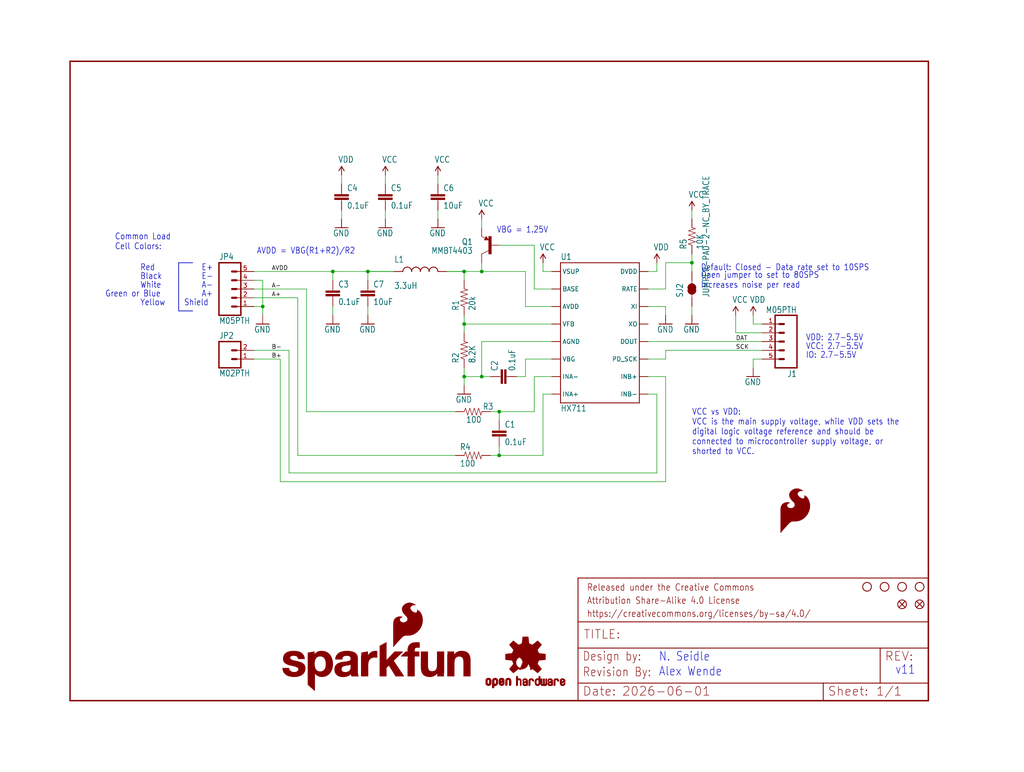
<source format=kicad_sch>
(kicad_sch (version 20231120) (generator "eeschema") (generator_version "8.0")
  (paper "User" 297.002 223.926)
  (lib_symbols
    (symbol "SparkFun_HX711_Load_Cell-eagle-import:0.1UF-25V-5%(0603)"
      (property "Reference" "C" (at 1.524 2.921 0))
      (symbol "0.1UF-25V-5%(0603)_1_0"
        (pin passive line (at 0 5.08 270) (length 2.54) (name "1") (number "1"))
        (pin passive line (at 0 -2.54 90) (length 2.54) (name "2") (number "2"))
      )
    )
    (symbol "SparkFun_HX711_Load_Cell-eagle-import:100OHM-1/10W-1%(0603)"
      (property "Reference" "R" (at -3.81 1.4986 0))
      (symbol "100OHM-1/10W-1%(0603)_1_0"
        (pin passive line (at -5.08 0 0) (length 2.54) (name "1") (number "1"))
        (pin passive line (at 5.08 0 180) (length 2.54) (name "2") (number "2"))
      )
    )
    (symbol "SparkFun_HX711_Load_Cell-eagle-import:10KOHM-1/10W-1%(0603)0603"
      (property "Reference" "R" (at -3.81 1.4986 0))
      (symbol "10KOHM-1/10W-1%(0603)0603_1_0"
        (pin passive line (at -5.08 0 0) (length 2.54) (name "1") (number "1"))
        (pin passive line (at 5.08 0 180) (length 2.54) (name "2") (number "2"))
      )
    )
    (symbol "SparkFun_HX711_Load_Cell-eagle-import:10UF50V20%(1210)"
      (property "Reference" "C" (at 1.524 2.921 0))
      (symbol "10UF50V20%(1210)_1_0"
        (pin passive line (at 0 5.08 270) (length 2.54) (name "1") (number "1"))
        (pin passive line (at 0 -2.54 90) (length 2.54) (name "2") (number "2"))
      )
    )
    (symbol "SparkFun_HX711_Load_Cell-eagle-import:20KOHM1/10W1%(0603)"
      (property "Reference" "R" (at -3.81 1.4986 0))
      (symbol "20KOHM1/10W1%(0603)_1_0"
        (pin passive line (at -5.08 0 0) (length 2.54) (name "1") (number "1"))
        (pin passive line (at 5.08 0 180) (length 2.54) (name "2") (number "2"))
      )
    )
    (symbol "SparkFun_HX711_Load_Cell-eagle-import:8.2KOHM-1/10W-5%(0603)"
      (property "Reference" "R" (at -3.81 1.4986 0))
      (symbol "8.2KOHM-1/10W-5%(0603)_1_0"
        (pin passive line (at -5.08 0 0) (length 2.54) (name "1") (number "1"))
        (pin passive line (at 5.08 0 180) (length 2.54) (name "2") (number "2"))
      )
    )
    (symbol "SparkFun_HX711_Load_Cell-eagle-import:FIDUCIAL1X2")
    (symbol "SparkFun_HX711_Load_Cell-eagle-import:FRAME-LETTER"
      (symbol "FRAME-LETTER_2_0"
        (text "${#}/${##}" (at 86.36 1.27 0) (effects (font (size 2.54 2.54)) (justify left bottom)))
        (text "${CURRENT_DATE}" (at 12.7 1.27 0) (effects (font (size 2.54 2.54)) (justify left bottom)))
        (text "${PROJECTNAME}" (at 15.494 17.78 0) (effects (font (size 2.7432 2.7432)) (justify left bottom)))
        (text "Attribution Share-Alike 4.0 License" (at 2.54 27.94 0) (effects (font (size 1.9304 1.6408)) (justify left bottom)))
        (text "Date:" (at 1.27 1.27 0) (effects (font (size 2.54 2.54)) (justify left bottom)))
        (text "Design by:" (at 1.27 11.43 0) (effects (font (size 2.54 2.159)) (justify left bottom)))
        (text "https://creativecommons.org/licenses/by-sa/4.0/" (at 2.54 24.13 0) (effects (font (size 1.9304 1.6408)) (justify left bottom)))
        (text "Released under the Creative Commons" (at 2.54 31.75 0) (effects (font (size 1.9304 1.6408)) (justify left bottom)))
        (text "REV:" (at 88.9 11.43 0) (effects (font (size 2.54 2.54)) (justify left bottom)))
        (text "Sheet:" (at 72.39 1.27 0) (effects (font (size 2.54 2.54)) (justify left bottom)))
        (text "TITLE:" (at 1.524 17.78 0) (effects (font (size 2.54 2.54)) (justify left bottom)))
      )
    )
    (symbol "SparkFun_HX711_Load_Cell-eagle-import:GND" (power)
      (symbol "GND_1_0"
        (pin power_in line (at 0 2.54 270) (length 2.54) (name "GND") (number "1"))
      )
    )
    (symbol "SparkFun_HX711_Load_Cell-eagle-import:HX711HX711"
      (symbol "HX711HX711_1_0"
        (pin bidirectional line (at -15.24 17.78 0) (length 2.54) (name "VSUP") (number "1"))
        (pin bidirectional line (at 12.7 -12.7 180) (length 2.54) (name "INB+") (number "10"))
        (pin bidirectional line (at 12.7 -7.62 180) (length 2.54) (name "PD_SCK") (number "11"))
        (pin bidirectional line (at 12.7 -2.54 180) (length 2.54) (name "DOUT") (number "12"))
        (pin bidirectional line (at 12.7 2.54 180) (length 2.54) (name "XO") (number "13"))
        (pin bidirectional line (at 12.7 7.62 180) (length 2.54) (name "XI") (number "14"))
        (pin bidirectional line (at 12.7 12.7 180) (length 2.54) (name "RATE") (number "15"))
        (pin bidirectional line (at 12.7 17.78 180) (length 2.54) (name "DVDD") (number "16"))
        (pin bidirectional line (at -15.24 12.7 0) (length 2.54) (name "BASE") (number "2"))
        (pin bidirectional line (at -15.24 7.62 0) (length 2.54) (name "AVDD") (number "3"))
        (pin bidirectional line (at -15.24 2.54 0) (length 2.54) (name "VFB") (number "4"))
        (pin bidirectional line (at -15.24 -2.54 0) (length 2.54) (name "AGND") (number "5"))
        (pin bidirectional line (at -15.24 -7.62 0) (length 2.54) (name "VBG") (number "6"))
        (pin bidirectional line (at -15.24 -12.7 0) (length 2.54) (name "INA-") (number "7"))
        (pin bidirectional line (at -15.24 -17.78 0) (length 2.54) (name "INA+") (number "8"))
        (pin bidirectional line (at 12.7 -17.78 180) (length 2.54) (name "INB-") (number "9"))
      )
    )
    (symbol "SparkFun_HX711_Load_Cell-eagle-import:INDUCTOR0805-IND"
      (property "Reference" "L" (at 2.54 5.08 0))
      (symbol "INDUCTOR0805-IND_1_0"
        (pin passive line (at 0 7.62 270) (length 2.54) (name "1") (number "1"))
        (pin passive line (at 0 -7.62 90) (length 2.54) (name "2") (number "2"))
      )
    )
    (symbol "SparkFun_HX711_Load_Cell-eagle-import:JUMPER-PAD-2-NC_BY_TRACE"
      (property "Reference" "JP" (at -2.54 2.54 0))
      (symbol "JUMPER-PAD-2-NC_BY_TRACE_1_0"
        (pin passive line (at -5.08 0 0) (length 2.54) (name "1") (number "1"))
        (pin passive line (at 5.08 0 180) (length 2.54) (name "2") (number "2"))
      )
    )
    (symbol "SparkFun_HX711_Load_Cell-eagle-import:M02PTH"
      (property "Reference" "J" (at -2.54 5.842 0))
      (symbol "M02PTH_1_0"
        (pin passive line (at 7.62 0 180) (length 5.08) (name "1") (number "1"))
        (pin passive line (at 7.62 2.54 180) (length 5.08) (name "2") (number "2"))
      )
    )
    (symbol "SparkFun_HX711_Load_Cell-eagle-import:M05PTH"
      (property "Reference" "J" (at -2.54 8.382 0))
      (symbol "M05PTH_1_0"
        (pin passive line (at 7.62 -5.08 180) (length 5.08) (name "1") (number "1"))
        (pin passive line (at 7.62 -2.54 180) (length 5.08) (name "2") (number "2"))
        (pin passive line (at 7.62 0 180) (length 5.08) (name "3") (number "3"))
        (pin passive line (at 7.62 2.54 180) (length 5.08) (name "4") (number "4"))
        (pin passive line (at 7.62 5.08 180) (length 5.08) (name "5") (number "5"))
      )
    )
    (symbol "SparkFun_HX711_Load_Cell-eagle-import:OSHW-LOGOS")
    (symbol "SparkFun_HX711_Load_Cell-eagle-import:REVISION"
      (symbol "REVISION_1_0"
        (text "Revision By:" (at 0 0 0) (effects (font (size 2.54 2.159)) (justify left bottom)))
      )
    )
    (symbol "SparkFun_HX711_Load_Cell-eagle-import:SFE_LOGO_FLAME.1_INCH")
    (symbol "SparkFun_HX711_Load_Cell-eagle-import:SFE_LOGO_NAME_FLAME.1_INCH")
    (symbol "SparkFun_HX711_Load_Cell-eagle-import:STAND-OFF")
    (symbol "SparkFun_HX711_Load_Cell-eagle-import:TRANSISTOR_PNPMMBT4403"
      (property "Reference" "Q" (at 5.08 0 0))
      (symbol "TRANSISTOR_PNPMMBT4403_1_0"
        (pin passive line (at -2.54 0 0) (length 2.54) (name "B") (number "1"))
        (pin passive line (at 2.54 5.08 270) (length 2.54) (name "E") (number "2"))
        (pin passive line (at 2.54 -5.08 90) (length 2.54) (name "C") (number "3"))
      )
    )
    (symbol "SparkFun_HX711_Load_Cell-eagle-import:VCC" (power)
      (symbol "VCC_1_0"
        (pin power_in line (at 0 0 90) (length 2.54) (name "VCC") (number "1"))
      )
    )
    (symbol "SparkFun_HX711_Load_Cell-eagle-import:VDD" (power)
      (symbol "VDD_1_0"
        (pin power_in line (at 0 0 90) (length 2.54) (name "VDD") (number "1"))
      )
    )
  )
  (junction (at 96.52 78.74))
  (junction (at 76.2 88.9))
  (junction (at 139.7 109.22))
  (junction (at 134.62 93.98))
  (junction (at 144.78 119.38))
  (junction (at 106.68 78.74))
  (junction (at 139.7 78.74))
  (junction (at 144.78 132.08))
  (junction (at 134.62 78.74))
  (junction (at 134.62 109.22))
  (junction (at 200.66 76.2))
  (wire (pts (xy 160.02 99.06) (xy 139.7 99.06)) (stroke (width 0.1524)))
  (wire (pts (xy 220.98 104.14) (xy 218.44 104.14)) (stroke (width 0.1524)))
  (wire (pts (xy 76.2 88.9) (xy 76.2 91.44)) (stroke (width 0.1524)))
  (wire (pts (xy 144.78 119.38) (xy 142.24 119.38)) (stroke (width 0.1524)))
  (wire (pts (xy 160.02 88.9) (xy 152.4 88.9)) (stroke (width 0.1524)))
  (wire (pts (xy 157.48 76.2) (xy 157.48 78.74)) (stroke (width 0.1524)))
  (wire (pts (xy 73.66 88.9) (xy 76.2 88.9)) (stroke (width 0.1524)))
  (wire (pts (xy 96.52 81.28) (xy 96.52 78.74)) (stroke (width 0.1524)))
  (wire (pts (xy 144.78 121.92) (xy 144.78 119.38)) (stroke (width 0.1524)))
  (wire (pts (xy 200.66 73.66) (xy 200.66 76.2)) (stroke (width 0.1524)))
  (wire (pts (xy 160.02 83.82) (xy 154.94 83.82)) (stroke (width 0.1524)))
  (wire (pts (xy 187.96 78.74) (xy 190.5 78.74)) (stroke (width 0.1524)))
  (wire (pts (xy 132.08 132.08) (xy 86.36 132.08)) (stroke (width 0.1524)))
  (wire (pts (xy 200.66 88.9) (xy 200.66 91.44)) (stroke (width 0.1524)))
  (polyline (pts (xy 51.816 90.17) (xy 55.88 90.17)) (stroke (width 0.2032) (type solid)))
  (wire (pts (xy 187.96 109.22) (xy 193.04 109.22)) (stroke (width 0.1524)))
  (wire (pts (xy 200.66 76.2) (xy 200.66 78.74)) (stroke (width 0.1524)))
  (wire (pts (xy 193.04 109.22) (xy 193.04 139.7)) (stroke (width 0.1524)))
  (wire (pts (xy 154.94 71.12) (xy 154.94 83.82)) (stroke (width 0.1524)))
  (polyline (pts (xy 51.816 76.2) (xy 55.88 76.2)) (stroke (width 0.2032) (type solid)))
  (wire (pts (xy 160.02 104.14) (xy 152.4 104.14)) (stroke (width 0.1524)))
  (wire (pts (xy 160.02 93.98) (xy 134.62 93.98)) (stroke (width 0.1524)))
  (wire (pts (xy 139.7 63.5) (xy 139.7 66.04)) (stroke (width 0.1524)))
  (wire (pts (xy 187.96 88.9) (xy 193.04 88.9)) (stroke (width 0.1524)))
  (polyline (pts (xy 51.816 76.2) (xy 51.816 90.17)) (stroke (width 0.2032) (type solid)))
  (wire (pts (xy 144.78 129.54) (xy 144.78 132.08)) (stroke (width 0.1524)))
  (wire (pts (xy 187.96 104.14) (xy 193.04 104.14)) (stroke (width 0.1524)))
  (wire (pts (xy 187.96 114.3) (xy 190.5 114.3)) (stroke (width 0.1524)))
  (wire (pts (xy 111.76 50.8) (xy 111.76 53.34)) (stroke (width 0.1524)))
  (wire (pts (xy 106.68 78.74) (xy 106.68 81.28)) (stroke (width 0.1524)))
  (wire (pts (xy 96.52 88.9) (xy 96.52 91.44)) (stroke (width 0.1524)))
  (wire (pts (xy 134.62 106.68) (xy 134.62 109.22)) (stroke (width 0.1524)))
  (wire (pts (xy 152.4 88.9) (xy 152.4 78.74)) (stroke (width 0.1524)))
  (wire (pts (xy 218.44 104.14) (xy 218.44 106.68)) (stroke (width 0.1524)))
  (wire (pts (xy 144.78 132.08) (xy 142.24 132.08)) (stroke (width 0.1524)))
  (wire (pts (xy 157.48 78.74) (xy 160.02 78.74)) (stroke (width 0.1524)))
  (wire (pts (xy 154.94 109.22) (xy 154.94 119.38)) (stroke (width 0.1524)))
  (wire (pts (xy 152.4 104.14) (xy 152.4 109.22)) (stroke (width 0.1524)))
  (wire (pts (xy 106.68 78.74) (xy 114.3 78.74)) (stroke (width 0.2032)))
  (wire (pts (xy 218.44 91.44) (xy 218.44 93.98)) (stroke (width 0.1524)))
  (wire (pts (xy 152.4 78.74) (xy 139.7 78.74)) (stroke (width 0.1524)))
  (wire (pts (xy 213.36 96.52) (xy 213.36 91.44)) (stroke (width 0.1524)))
  (wire (pts (xy 139.7 76.2) (xy 139.7 78.74)) (stroke (width 0.1524)))
  (wire (pts (xy 134.62 111.76) (xy 134.62 109.22)) (stroke (width 0.1524)))
  (wire (pts (xy 193.04 88.9) (xy 193.04 91.44)) (stroke (width 0.1524)))
  (wire (pts (xy 160.02 114.3) (xy 157.48 114.3)) (stroke (width 0.1524)))
  (wire (pts (xy 127 60.96) (xy 127 63.5)) (stroke (width 0.1524)))
  (wire (pts (xy 200.66 76.2) (xy 193.04 76.2)) (stroke (width 0.1524)))
  (wire (pts (xy 99.06 50.8) (xy 99.06 53.34)) (stroke (width 0.1524)))
  (wire (pts (xy 139.7 99.06) (xy 139.7 109.22)) (stroke (width 0.1524)))
  (wire (pts (xy 190.5 78.74) (xy 190.5 76.2)) (stroke (width 0.1524)))
  (wire (pts (xy 81.28 104.14) (xy 73.66 104.14)) (stroke (width 0.1524)))
  (wire (pts (xy 139.7 109.22) (xy 134.62 109.22)) (stroke (width 0.1524)))
  (wire (pts (xy 218.44 93.98) (xy 220.98 93.98)) (stroke (width 0.1524)))
  (wire (pts (xy 154.94 119.38) (xy 144.78 119.38)) (stroke (width 0.1524)))
  (wire (pts (xy 160.02 109.22) (xy 154.94 109.22)) (stroke (width 0.1524)))
  (wire (pts (xy 73.66 81.28) (xy 76.2 81.28)) (stroke (width 0.1524)))
  (wire (pts (xy 157.48 132.08) (xy 144.78 132.08)) (stroke (width 0.1524)))
  (wire (pts (xy 220.98 96.52) (xy 213.36 96.52)) (stroke (width 0.1524)))
  (wire (pts (xy 152.4 109.22) (xy 149.86 109.22)) (stroke (width 0.1524)))
  (wire (pts (xy 139.7 78.74) (xy 134.62 78.74)) (stroke (width 0.1524)))
  (wire (pts (xy 86.36 132.08) (xy 86.36 86.36)) (stroke (width 0.1524)))
  (wire (pts (xy 88.9 119.38) (xy 88.9 83.82)) (stroke (width 0.1524)))
  (wire (pts (xy 193.04 104.14) (xy 193.04 101.6)) (stroke (width 0.1524)))
  (wire (pts (xy 187.96 83.82) (xy 193.04 83.82)) (stroke (width 0.1524)))
  (wire (pts (xy 106.68 91.44) (xy 106.68 88.9)) (stroke (width 0.1524)))
  (wire (pts (xy 88.9 83.82) (xy 73.66 83.82)) (stroke (width 0.1524)))
  (wire (pts (xy 134.62 93.98) (xy 134.62 91.44)) (stroke (width 0.1524)))
  (wire (pts (xy 129.54 78.74) (xy 134.62 78.74)) (stroke (width 0.2032)))
  (wire (pts (xy 83.82 101.6) (xy 73.66 101.6)) (stroke (width 0.1524)))
  (wire (pts (xy 142.24 109.22) (xy 139.7 109.22)) (stroke (width 0.1524)))
  (wire (pts (xy 127 53.34) (xy 127 50.8)) (stroke (width 0.1524)))
  (wire (pts (xy 111.76 63.5) (xy 111.76 60.96)) (stroke (width 0.1524)))
  (wire (pts (xy 193.04 139.7) (xy 81.28 139.7)) (stroke (width 0.1524)))
  (wire (pts (xy 193.04 101.6) (xy 220.98 101.6)) (stroke (width 0.1524)))
  (wire (pts (xy 190.5 137.16) (xy 83.82 137.16)) (stroke (width 0.1524)))
  (wire (pts (xy 134.62 96.52) (xy 134.62 93.98)) (stroke (width 0.1524)))
  (wire (pts (xy 157.48 114.3) (xy 157.48 132.08)) (stroke (width 0.1524)))
  (wire (pts (xy 193.04 76.2) (xy 193.04 83.82)) (stroke (width 0.1524)))
  (wire (pts (xy 190.5 114.3) (xy 190.5 137.16)) (stroke (width 0.1524)))
  (wire (pts (xy 134.62 81.28) (xy 134.62 78.74)) (stroke (width 0.1524)))
  (wire (pts (xy 81.28 139.7) (xy 81.28 104.14)) (stroke (width 0.1524)))
  (wire (pts (xy 132.08 119.38) (xy 88.9 119.38)) (stroke (width 0.1524)))
  (wire (pts (xy 99.06 63.5) (xy 99.06 60.96)) (stroke (width 0.1524)))
  (wire (pts (xy 200.66 63.5) (xy 200.66 60.96)) (stroke (width 0.1524)))
  (wire (pts (xy 106.68 78.74) (xy 96.52 78.74)) (stroke (width 0.1524)))
  (wire (pts (xy 83.82 137.16) (xy 83.82 101.6)) (stroke (width 0.1524)))
  (wire (pts (xy 96.52 78.74) (xy 73.66 78.74)) (stroke (width 0.1524)))
  (wire (pts (xy 144.78 71.12) (xy 154.94 71.12)) (stroke (width 0.1524)))
  (wire (pts (xy 187.96 99.06) (xy 220.98 99.06)) (stroke (width 0.1524)))
  (wire (pts (xy 86.36 86.36) (xy 73.66 86.36)) (stroke (width 0.1524)))
  (wire (pts (xy 76.2 81.28) (xy 76.2 88.9)) (stroke (width 0.1524)))
  (text "Shield" (at 53.34 88.9 0) (effects (font (size 1.778 1.5113)) (justify left bottom)))
  (text "Common Load\nCell Colors:" (at 33.274 72.644 0) (effects (font (size 1.778 1.5113)) (justify left bottom)))
  (text "Green or Blue" (at 30.48 86.36 0) (effects (font (size 1.778 1.5113)) (justify left bottom)))
  (text "IO: 2.7-5.5V" (at 233.68 104.14 0) (effects (font (size 1.778 1.5113)) (justify left bottom)))
  (text "Open jumper to set to 80SPS\nIncreases noise per read" (at 203.2 83.82 0) (effects (font (size 1.778 1.5113)) (justify left bottom)))
  (text "VCC: 2.7-5.5V" (at 233.68 101.6 0) (effects (font (size 1.778 1.5113)) (justify left bottom)))
  (text "N. Seidle" (at 191.008 192.024 0) (effects (font (size 2.54 2.159)) (justify left bottom)))
  (text "White" (at 40.64 83.82 0) (effects (font (size 1.778 1.5113)) (justify left bottom)))
  (text "E-" (at 58.42 81.28 0) (effects (font (size 1.778 1.5113)) (justify left bottom)))
  (text "VCC vs VDD:\nVCC is the main supply voltage, while VDD sets the\ndigital logic voltage reference and should be\nconnected to microcontroller supply voltage, or\nshorted to VCC." (at 200.66 132.08 0) (effects (font (size 1.778 1.5113)) (justify left bottom)))
  (text "VDD: 2.7-5.5V" (at 233.68 99.06 0) (effects (font (size 1.778 1.5113)) (justify left bottom)))
  (text "A-" (at 58.42 83.82 0) (effects (font (size 1.778 1.5113)) (justify left bottom)))
  (text "VBG = 1.25V" (at 144.018 67.818 0) (effects (font (size 1.778 1.5113)) (justify left bottom)))
  (text "E+" (at 58.42 78.74 0) (effects (font (size 1.778 1.5113)) (justify left bottom)))
  (text "v11" (at 259.588 195.834 0) (effects (font (size 2.54 2.159)) (justify left bottom)))
  (text "Yellow" (at 40.64 88.9 0) (effects (font (size 1.778 1.5113)) (justify left bottom)))
  (text "AVDD = VBG(R1+R2)/R2" (at 74.422 73.914 0) (effects (font (size 1.778 1.5113)) (justify left bottom)))
  (text "Default: Closed - Data rate set to 10SPS" (at 203.2 78.74 0) (effects (font (size 1.778 1.5113)) (justify left bottom)))
  (text "Red" (at 40.64 78.74 0) (effects (font (size 1.778 1.5113)) (justify left bottom)))
  (text "A+" (at 58.42 86.36 0) (effects (font (size 1.778 1.5113)) (justify left bottom)))
  (text "Alex Wende" (at 191.008 196.342 0) (effects (font (size 2.54 2.159)) (justify left bottom)))
  (text "Black" (at 40.64 81.28 0) (effects (font (size 1.778 1.5113)) (justify left bottom)))
  (label "AVDD" (at 78.74 78.74 0) (effects (font (size 1.2446 1.2446))))
  (label "DAT" (at 213.36 99.06 0) (effects (font (size 1.2446 1.2446))))
  (label "B-" (at 78.74 101.6 0) (effects (font (size 1.2446 1.2446))))
  (label "A+" (at 78.74 86.36 0) (effects (font (size 1.2446 1.2446))))
  (label "B+" (at 78.74 104.14 0) (effects (font (size 1.2446 1.2446))))
  (label "SCK" (at 213.36 101.6 0) (effects (font (size 1.2446 1.2446))))
  (label "A-" (at 78.74 83.82 0) (effects (font (size 1.2446 1.2446))))
  (symbol (lib_id "SparkFun_HX711_Load_Cell-eagle-import:STAND-OFF") (at 251.46 170.18 0) (unit 1)
    (property "Reference" "STANDOFF4" (effects (hide yes)))
    (property "Value" "STAND-OFF" (effects (hide yes)))
    (property "Footprint" "SparkFun_HX711_Load_Cell:STAND-OFF" (effects (hide yes)))
  )
  (symbol (lib_id "SparkFun_HX711_Load_Cell-eagle-import:SFE_LOGO_FLAME.1_INCH") (at 226.06 154.94 0) (unit 1)
    (property "Reference" "LOGO3" (effects (hide yes)))
    (property "Value" "SFE_LOGO_FLAME.1_INCH" (effects (hide yes)))
    (property "Footprint" "SparkFun_HX711_Load_Cell:SFE_LOGO_FLAME_.1" (effects (hide yes)))
  )
  (symbol (lib_id "SparkFun_HX711_Load_Cell-eagle-import:10UF50V20%(1210)") (at 106.68 86.36 0) (unit 1)
    (property "Reference" "C7" (at 108.204 83.439 0) (effects (font (size 1.778 1.5113)) (justify left bottom)))
    (property "Value" "10uF" (at 108.204 88.519 0) (effects (font (size 1.778 1.5113)) (justify left bottom)))
    (property "Footprint" "SparkFun_HX711_Load_Cell:1210" (effects (hide yes)))
  )
  (symbol (lib_id "SparkFun_HX711_Load_Cell-eagle-import:FRAME-LETTER") (at 20.32 203.2 0) (unit 1)
    (property "Reference" "FRAME1" (effects (hide yes)))
    (property "Value" "FRAME-LETTER" (effects (hide yes)))
    (property "Footprint" "SparkFun_HX711_Load_Cell:CREATIVE_COMMONS" (effects (hide yes)))
  )
  (symbol (lib_id "SparkFun_HX711_Load_Cell-eagle-import:8.2KOHM-1/10W-5%(0603)") (at 134.62 101.6 90) (unit 1)
    (property "Reference" "R2" (at 133.1214 105.41 0) (effects (font (size 1.778 1.5113)) (justify left bottom)))
    (property "Value" "8.2K" (at 137.922 105.41 0) (effects (font (size 1.778 1.5113)) (justify left bottom)))
    (property "Footprint" "SparkFun_HX711_Load_Cell:0603-RES" (effects (hide yes)))
  )
  (symbol (lib_id "SparkFun_HX711_Load_Cell-eagle-import:GND") (at 200.66 93.98 0) (unit 1)
    (property "Reference" "#GND7" (effects (hide yes)))
    (property "Value" "GND" (at 198.12 96.52 0) (effects (font (size 1.778 1.5113)) (justify left bottom)))
  )
  (symbol (lib_id "SparkFun_HX711_Load_Cell-eagle-import:TRANSISTOR_PNPMMBT4403") (at 142.24 71.12 0) (mirror y) (unit 1)
    (property "Reference" "Q1" (at 137.16 71.12 0) (effects (font (size 1.778 1.5113)) (justify left bottom)))
    (property "Value" "MMBT4403" (at 137.16 73.66 0) (effects (font (size 1.778 1.5113)) (justify left bottom)))
    (property "Footprint" "SparkFun_HX711_Load_Cell:SOT23-3" (effects (hide yes)))
  )
  (symbol (lib_id "SparkFun_HX711_Load_Cell-eagle-import:VCC") (at 111.76 50.8 0) (unit 1)
    (property "Reference" "#SUPPLY7" (effects (hide yes)))
    (property "Value" "VCC" (at 110.744 47.244 0) (effects (font (size 1.778 1.5113)) (justify left bottom)))
  )
  (symbol (lib_id "SparkFun_HX711_Load_Cell-eagle-import:VCC") (at 213.36 91.44 0) (unit 1)
    (property "Reference" "#SUPPLY5" (effects (hide yes)))
    (property "Value" "VCC" (at 212.344 87.884 0) (effects (font (size 1.778 1.5113)) (justify left bottom)))
  )
  (symbol (lib_id "SparkFun_HX711_Load_Cell-eagle-import:VDD") (at 218.44 91.44 0) (unit 1)
    (property "Reference" "#SUPPLY8" (effects (hide yes)))
    (property "Value" "VDD" (at 217.424 87.884 0) (effects (font (size 1.778 1.5113)) (justify left bottom)))
  )
  (symbol (lib_id "SparkFun_HX711_Load_Cell-eagle-import:VCC") (at 139.7 63.5 0) (unit 1)
    (property "Reference" "#SUPPLY1" (effects (hide yes)))
    (property "Value" "VCC" (at 138.684 59.944 0) (effects (font (size 1.778 1.5113)) (justify left bottom)))
  )
  (symbol (lib_id "SparkFun_HX711_Load_Cell-eagle-import:0.1UF-25V-5%(0603)") (at 147.32 109.22 90) (unit 1)
    (property "Reference" "C2" (at 144.399 107.696 0) (effects (font (size 1.778 1.5113)) (justify left bottom)))
    (property "Value" "0.1uF" (at 149.479 107.696 0) (effects (font (size 1.778 1.5113)) (justify left bottom)))
    (property "Footprint" "SparkFun_HX711_Load_Cell:0603-CAP" (effects (hide yes)))
  )
  (symbol (lib_id "SparkFun_HX711_Load_Cell-eagle-import:10KOHM-1/10W-1%(0603)0603") (at 200.66 68.58 90) (unit 1)
    (property "Reference" "R5" (at 199.1614 72.39 0) (effects (font (size 1.778 1.5113)) (justify left bottom)))
    (property "Value" "10K" (at 203.962 72.39 0) (effects (font (size 1.778 1.5113)) (justify left bottom)))
    (property "Footprint" "SparkFun_HX711_Load_Cell:0603-RES" (effects (hide yes)))
  )
  (symbol (lib_id "SparkFun_HX711_Load_Cell-eagle-import:VDD") (at 190.5 76.2 0) (unit 1)
    (property "Reference" "#SUPPLY4" (effects (hide yes)))
    (property "Value" "VDD" (at 189.484 72.644 0) (effects (font (size 1.778 1.5113)) (justify left bottom)))
  )
  (symbol (lib_id "SparkFun_HX711_Load_Cell-eagle-import:100OHM-1/10W-1%(0603)") (at 137.16 119.38 0) (unit 1)
    (property "Reference" "R3" (at 139.954 118.872 0) (effects (font (size 1.778 1.5113)) (justify left bottom)))
    (property "Value" "100" (at 135.128 122.682 0) (effects (font (size 1.778 1.5113)) (justify left bottom)))
    (property "Footprint" "SparkFun_HX711_Load_Cell:0603-RES" (effects (hide yes)))
  )
  (symbol (lib_id "SparkFun_HX711_Load_Cell-eagle-import:M05PTH") (at 66.04 83.82 0) (unit 1)
    (property "Reference" "JP4" (at 63.5 75.438 0) (effects (font (size 1.778 1.5113)) (justify left bottom)))
    (property "Value" "M05PTH" (at 63.5 93.98 0) (effects (font (size 1.778 1.5113)) (justify left bottom)))
    (property "Footprint" "SparkFun_HX711_Load_Cell:1X05" (effects (hide yes)))
  )
  (symbol (lib_id "SparkFun_HX711_Load_Cell-eagle-import:GND") (at 134.62 114.3 0) (unit 1)
    (property "Reference" "#GND9" (effects (hide yes)))
    (property "Value" "GND" (at 132.08 116.84 0) (effects (font (size 1.778 1.5113)) (justify left bottom)))
  )
  (symbol (lib_id "SparkFun_HX711_Load_Cell-eagle-import:VCC") (at 127 50.8 0) (unit 1)
    (property "Reference" "#SUPPLY2" (effects (hide yes)))
    (property "Value" "VCC" (at 125.984 47.244 0) (effects (font (size 1.778 1.5113)) (justify left bottom)))
  )
  (symbol (lib_id "SparkFun_HX711_Load_Cell-eagle-import:OSHW-LOGOS") (at 152.4 190.5 0) (unit 1)
    (property "Reference" "U7" (effects (hide yes)))
    (property "Value" "OSHW-LOGOS" (effects (hide yes)))
    (property "Footprint" "SparkFun_HX711_Load_Cell:OSHW-LOGO-S" (effects (hide yes)))
  )
  (symbol (lib_id "SparkFun_HX711_Load_Cell-eagle-import:GND") (at 111.76 66.04 0) (unit 1)
    (property "Reference" "#GND8" (effects (hide yes)))
    (property "Value" "GND" (at 109.22 68.58 0) (effects (font (size 1.778 1.5113)) (justify left bottom)))
  )
  (symbol (lib_id "SparkFun_HX711_Load_Cell-eagle-import:GND") (at 96.52 93.98 0) (unit 1)
    (property "Reference" "#GND6" (effects (hide yes)))
    (property "Value" "GND" (at 93.98 96.52 0) (effects (font (size 1.778 1.5113)) (justify left bottom)))
  )
  (symbol (lib_id "SparkFun_HX711_Load_Cell-eagle-import:FRAME-LETTER") (at 167.64 203.2 0) (unit 2)
    (property "Reference" "FRAME1" (effects (hide yes)))
    (property "Value" "FRAME-LETTER" (effects (hide yes)))
    (property "Footprint" "SparkFun_HX711_Load_Cell:CREATIVE_COMMONS" (effects (hide yes)))
  )
  (symbol (lib_id "SparkFun_HX711_Load_Cell-eagle-import:FIDUCIAL1X2") (at 266.7 175.26 0) (unit 1)
    (property "Reference" "FID1" (effects (hide yes)))
    (property "Value" "FIDUCIAL1X2" (effects (hide yes)))
    (property "Footprint" "SparkFun_HX711_Load_Cell:FIDUCIAL-1X2" (effects (hide yes)))
  )
  (symbol (lib_id "SparkFun_HX711_Load_Cell-eagle-import:M02PTH") (at 66.04 104.14 0) (unit 1)
    (property "Reference" "JP2" (at 63.5 98.298 0) (effects (font (size 1.778 1.5113)) (justify left bottom)))
    (property "Value" "M02PTH" (at 63.5 109.22 0) (effects (font (size 1.778 1.5113)) (justify left bottom)))
    (property "Footprint" "SparkFun_HX711_Load_Cell:1X02" (effects (hide yes)))
  )
  (symbol (lib_id "SparkFun_HX711_Load_Cell-eagle-import:SFE_LOGO_NAME_FLAME.1_INCH") (at 81.28 200.66 0) (unit 1)
    (property "Reference" "LOGO1" (effects (hide yes)))
    (property "Value" "SFE_LOGO_NAME_FLAME.1_INCH" (effects (hide yes)))
    (property "Footprint" "SparkFun_HX711_Load_Cell:SFE_LOGO_NAME_FLAME_.1" (effects (hide yes)))
  )
  (symbol (lib_id "SparkFun_HX711_Load_Cell-eagle-import:GND") (at 99.06 66.04 0) (unit 1)
    (property "Reference" "#GND10" (effects (hide yes)))
    (property "Value" "GND" (at 96.52 68.58 0) (effects (font (size 1.778 1.5113)) (justify left bottom)))
  )
  (symbol (lib_id "SparkFun_HX711_Load_Cell-eagle-import:JUMPER-PAD-2-NC_BY_TRACE") (at 200.66 83.82 90) (unit 1)
    (property "Reference" "SJ2" (at 198.12 86.36 0) (effects (font (size 1.778 1.5113)) (justify left bottom)))
    (property "Value" "JUMPER-PAD-2-NC_BY_TRACE" (at 205.74 86.36 0) (effects (font (size 1.778 1.5113)) (justify left bottom)))
    (property "Footprint" "SparkFun_HX711_Load_Cell:PAD-JUMPER-2-NC_BY_TRACE_YES_SILK" (effects (hide yes)))
  )
  (symbol (lib_id "SparkFun_HX711_Load_Cell-eagle-import:GND") (at 127 66.04 0) (unit 1)
    (property "Reference" "#GND3" (effects (hide yes)))
    (property "Value" "GND" (at 124.46 68.58 0) (effects (font (size 1.778 1.5113)) (justify left bottom)))
  )
  (symbol (lib_id "SparkFun_HX711_Load_Cell-eagle-import:REVISION") (at 168.91 196.342 0) (unit 1)
    (property "Reference" "U$1" (effects (hide yes)))
    (property "Value" "REVISION" (effects (hide yes)))
    (property "Footprint" "SparkFun_HX711_Load_Cell:REVISION" (effects (hide yes)))
  )
  (symbol (lib_id "SparkFun_HX711_Load_Cell-eagle-import:STAND-OFF") (at 261.62 170.18 0) (unit 1)
    (property "Reference" "STANDOFF2" (effects (hide yes)))
    (property "Value" "STAND-OFF" (effects (hide yes)))
    (property "Footprint" "SparkFun_HX711_Load_Cell:STAND-OFF" (effects (hide yes)))
  )
  (symbol (lib_id "SparkFun_HX711_Load_Cell-eagle-import:STAND-OFF") (at 266.7 170.18 0) (unit 1)
    (property "Reference" "STANDOFF1" (effects (hide yes)))
    (property "Value" "STAND-OFF" (effects (hide yes)))
    (property "Footprint" "SparkFun_HX711_Load_Cell:STAND-OFF" (effects (hide yes)))
  )
  (symbol (lib_id "SparkFun_HX711_Load_Cell-eagle-import:GND") (at 76.2 93.98 0) (unit 1)
    (property "Reference" "#GND4" (effects (hide yes)))
    (property "Value" "GND" (at 73.66 96.52 0) (effects (font (size 1.778 1.5113)) (justify left bottom)))
  )
  (symbol (lib_id "SparkFun_HX711_Load_Cell-eagle-import:GND") (at 193.04 93.98 0) (unit 1)
    (property "Reference" "#GND2" (effects (hide yes)))
    (property "Value" "GND" (at 190.5 96.52 0) (effects (font (size 1.778 1.5113)) (justify left bottom)))
  )
  (symbol (lib_id "SparkFun_HX711_Load_Cell-eagle-import:20KOHM1/10W1%(0603)") (at 134.62 86.36 90) (unit 1)
    (property "Reference" "R1" (at 133.1214 90.17 0) (effects (font (size 1.778 1.5113)) (justify left bottom)))
    (property "Value" "20k" (at 137.922 90.17 0) (effects (font (size 1.778 1.5113)) (justify left bottom)))
    (property "Footprint" "SparkFun_HX711_Load_Cell:0603-RES" (effects (hide yes)))
  )
  (symbol (lib_id "SparkFun_HX711_Load_Cell-eagle-import:100OHM-1/10W-1%(0603)") (at 137.16 132.08 0) (unit 1)
    (property "Reference" "R4" (at 133.35 130.5814 0) (effects (font (size 1.778 1.5113)) (justify left bottom)))
    (property "Value" "100" (at 133.35 135.382 0) (effects (font (size 1.778 1.5113)) (justify left bottom)))
    (property "Footprint" "SparkFun_HX711_Load_Cell:0603-RES" (effects (hide yes)))
  )
  (symbol (lib_id "SparkFun_HX711_Load_Cell-eagle-import:VCC") (at 200.66 60.96 0) (unit 1)
    (property "Reference" "#SUPPLY6" (effects (hide yes)))
    (property "Value" "VCC" (at 199.644 57.404 0) (effects (font (size 1.778 1.5113)) (justify left bottom)))
  )
  (symbol (lib_id "SparkFun_HX711_Load_Cell-eagle-import:GND") (at 218.44 109.22 0) (unit 1)
    (property "Reference" "#GND1" (effects (hide yes)))
    (property "Value" "GND" (at 215.9 111.76 0) (effects (font (size 1.778 1.5113)) (justify left bottom)))
  )
  (symbol (lib_id "SparkFun_HX711_Load_Cell-eagle-import:0.1UF-25V-5%(0603)") (at 144.78 127 0) (unit 1)
    (property "Reference" "C1" (at 146.304 124.079 0) (effects (font (size 1.778 1.5113)) (justify left bottom)))
    (property "Value" "0.1uF" (at 146.304 129.159 0) (effects (font (size 1.778 1.5113)) (justify left bottom)))
    (property "Footprint" "SparkFun_HX711_Load_Cell:0603-CAP" (effects (hide yes)))
  )
  (symbol (lib_id "SparkFun_HX711_Load_Cell-eagle-import:HX711HX711") (at 175.26 96.52 0) (unit 1)
    (property "Reference" "U1" (at 162.56 75.438 0) (effects (font (size 1.778 1.5113)) (justify left bottom)))
    (property "Value" "HX711" (at 162.56 119.38 0) (effects (font (size 1.778 1.5113)) (justify left bottom)))
    (property "Footprint" "SparkFun_HX711_Load_Cell:SO16" (effects (hide yes)))
  )
  (symbol (lib_id "SparkFun_HX711_Load_Cell-eagle-import:GND") (at 106.68 93.98 0) (unit 1)
    (property "Reference" "#GND5" (effects (hide yes)))
    (property "Value" "GND" (at 104.14 96.52 0) (effects (font (size 1.778 1.5113)) (justify left bottom)))
  )
  (symbol (lib_id "SparkFun_HX711_Load_Cell-eagle-import:10UF50V20%(1210)") (at 127 58.42 0) (unit 1)
    (property "Reference" "C6" (at 128.524 55.499 0) (effects (font (size 1.778 1.5113)) (justify left bottom)))
    (property "Value" "10uF" (at 128.524 60.579 0) (effects (font (size 1.778 1.5113)) (justify left bottom)))
    (property "Footprint" "SparkFun_HX711_Load_Cell:1210" (effects (hide yes)))
  )
  (symbol (lib_id "SparkFun_HX711_Load_Cell-eagle-import:STAND-OFF") (at 256.54 170.18 0) (unit 1)
    (property "Reference" "STANDOFF3" (effects (hide yes)))
    (property "Value" "STAND-OFF" (effects (hide yes)))
    (property "Footprint" "SparkFun_HX711_Load_Cell:STAND-OFF" (effects (hide yes)))
  )
  (symbol (lib_id "SparkFun_HX711_Load_Cell-eagle-import:VCC") (at 157.48 76.2 0) (unit 1)
    (property "Reference" "#SUPPLY3" (effects (hide yes)))
    (property "Value" "VCC" (at 156.464 72.644 0) (effects (font (size 1.778 1.5113)) (justify left bottom)))
  )
  (symbol (lib_id "SparkFun_HX711_Load_Cell-eagle-import:0.1UF-25V-5%(0603)") (at 99.06 58.42 0) (unit 1)
    (property "Reference" "C4" (at 100.584 55.499 0) (effects (font (size 1.778 1.5113)) (justify left bottom)))
    (property "Value" "0.1uF" (at 100.584 60.579 0) (effects (font (size 1.778 1.5113)) (justify left bottom)))
    (property "Footprint" "SparkFun_HX711_Load_Cell:0603-CAP" (effects (hide yes)))
  )
  (symbol (lib_id "SparkFun_HX711_Load_Cell-eagle-import:VDD") (at 99.06 50.8 0) (unit 1)
    (property "Reference" "#SUPPLY9" (effects (hide yes)))
    (property "Value" "VDD" (at 98.044 47.244 0) (effects (font (size 1.778 1.5113)) (justify left bottom)))
  )
  (symbol (lib_id "SparkFun_HX711_Load_Cell-eagle-import:FIDUCIAL1X2") (at 261.62 175.26 0) (unit 1)
    (property "Reference" "FID2" (effects (hide yes)))
    (property "Value" "FIDUCIAL1X2" (effects (hide yes)))
    (property "Footprint" "SparkFun_HX711_Load_Cell:FIDUCIAL-1X2" (effects (hide yes)))
  )
  (symbol (lib_id "SparkFun_HX711_Load_Cell-eagle-import:0.1UF-25V-5%(0603)") (at 111.76 58.42 0) (unit 1)
    (property "Reference" "C5" (at 113.284 55.499 0) (effects (font (size 1.778 1.5113)) (justify left bottom)))
    (property "Value" "0.1uF" (at 113.284 60.579 0) (effects (font (size 1.778 1.5113)) (justify left bottom)))
    (property "Footprint" "SparkFun_HX711_Load_Cell:0603-CAP" (effects (hide yes)))
  )
  (symbol (lib_id "SparkFun_HX711_Load_Cell-eagle-import:INDUCTOR0805-IND") (at 121.92 78.74 90) (unit 1)
    (property "Reference" "L1" (at 114.3 76.2 90) (effects (font (size 1.778 1.5113)) (justify right top)))
    (property "Value" "3.3uH" (at 114.3 83.82 90) (effects (font (size 1.778 1.5113)) (justify right top)))
    (property "Footprint" "SparkFun_HX711_Load_Cell:0805" (effects (hide yes)))
  )
  (symbol (lib_id "SparkFun_HX711_Load_Cell-eagle-import:M05PTH") (at 228.6 99.06 180) (unit 1)
    (property "Reference" "J1" (at 231.14 107.442 0) (effects (font (size 1.778 1.5113)) (justify left bottom)))
    (property "Value" "M05PTH" (at 231.14 88.9 0) (effects (font (size 1.778 1.5113)) (justify left bottom)))
    (property "Footprint" "SparkFun_HX711_Load_Cell:1X05" (effects (hide yes)))
  )
  (symbol (lib_id "SparkFun_HX711_Load_Cell-eagle-import:0.1UF-25V-5%(0603)") (at 96.52 86.36 0) (unit 1)
    (property "Reference" "C3" (at 98.044 83.439 0) (effects (font (size 1.778 1.5113)) (justify left bottom)))
    (property "Value" "0.1uF" (at 98.044 88.519 0) (effects (font (size 1.778 1.5113)) (justify left bottom)))
    (property "Footprint" "SparkFun_HX711_Load_Cell:0603-CAP" (effects (hide yes)))
  )
)
</source>
